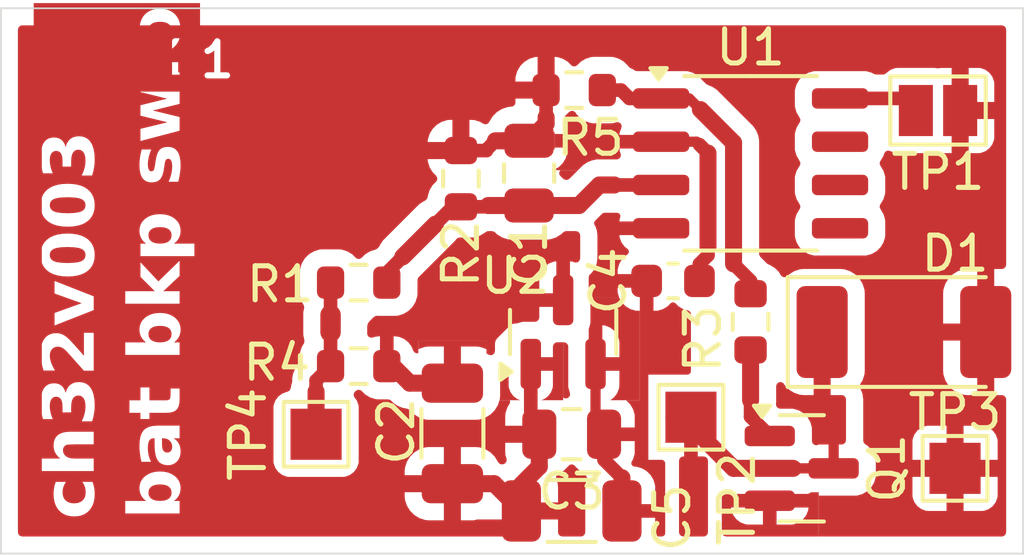
<source format=kicad_pcb>
(kicad_pcb (version 20241229) (generator "pcbnew") (generator_version "9.0")
  (layers (0 "F.Cu" signal) (2 "B.Cu" signal) (13 "F.Paste" user) (15 "B.Paste" user) (5 "F.SilkS" user "F.Silkscreen") (7 "B.SilkS" user "B.Silkscreen") (1 "F.Mask" user) (3 "B.Mask" user) (25 "Edge.Cuts" user))
  (net 0 "")
  (net 1 "GND")
  (net 2 "Net-(U1-PA2)")
  (net 3 "+12V")
  (net 4 "+5V")
  (net 5 "Net-(D1-K)")
  (net 6 "Net-(Q1-G)")
  (net 7 "Net-(U1-PD1{slash}PD4{slash}PD5)")
  (net 11 "Net-(U1-PD6{slash}PA1)")
  (net 12 "Net-(U2-VI)")
  (footprint "Resistor_SMD:R_0603_1608Metric" (layer "F.Cu") (at 25.5 27.05)
    (property "Reference" "R1" (at -2.3 0.05 0) (layer "F.SilkS"))
    (property "Value" "150k")
    (fp_line (start -0.237258 -0.5225) (end 0.237258 -0.5225) (stroke (width 0.12)) (layer "F.SilkS"))
    (fp_line (start -0.237258 0.5225) (end 0.237258 0.5225) (stroke (width 0.12)) (layer "F.SilkS"))
    (pad "1" smd roundrect (at -0.825 0) (size 0.8 0.95) (layers "F.Cu" "F.Mask" "F.Paste") (net 3 "+12V"))
    (pad "2" smd roundrect (at 0.825 0) (size 0.8 0.95) (layers "F.Cu" "F.Mask" "F.Paste") (net 2 "Net-(U1-PA2)"))
  )
  (footprint "Capacitor_SMD:C_1206_3216Metric" (layer "F.Cu") (at 31.75 33.75 180)
    (property "Reference" "C5" (at -2.95 -0.2 90) (layer "F.SilkS"))
    (property "Value" "10u")
    (fp_line (start -0.711252 0.91) (end 0.711252 0.91) (stroke (width 0.12)) (layer "F.SilkS"))
    (fp_line (start -0.711252 -0.91) (end 0.711252 -0.91) (stroke (width 0.12)) (layer "F.SilkS"))
    (pad "1" smd roundrect (at -1.475 0 180) (size 1.15 1.8) (layers "F.Cu" "F.Mask" "F.Paste") (roundrect_rratio 0.217391) (net 4 "+5V"))
    (pad "2" smd roundrect (at 1.475 0 180) (size 1.15 1.8) (layers "F.Cu" "F.Mask" "F.Paste") (roundrect_rratio 0.217391) (net 1 "GND"))
  )
  (footprint "Resistor_SMD:R_0603_1608Metric" (layer "F.Cu") (at 31.825 21.4 180)
    (property "Reference" "R5" (at -0.475 -1.4 0) (layer "F.SilkS"))
    (property "Value" "100k")
    (fp_line (start -0.237258 0.5225) (end 0.237258 0.5225) (stroke (width 0.12)) (layer "F.SilkS"))
    (fp_line (start -0.237258 -0.5225) (end 0.237258 -0.5225) (stroke (width 0.12)) (layer "F.SilkS"))
    (pad "1" smd roundrect (at -0.825 0 180) (size 0.8 0.95) (layers "F.Cu" "F.Mask" "F.Paste") (net 11 "Net-(U1-PD6{slash}PA1)"))
    (pad "2" smd roundrect (at 0.825 0 180) (size 0.8 0.95) (layers "F.Cu" "F.Mask" "F.Paste") (net 1 "GND"))
  )
  (footprint "Diode_SMD:D_MELF" (layer "F.Cu") (at 41.5 28.5)
    (property "Reference" "D1" (at 1.5 -2.3 0) (layer "F.SilkS"))
    (property "Value" "D")
    (fp_line (start -3.41 -1.61) (end -3.41 1.61) (stroke (width 0.12)) (layer "F.SilkS"))
    (fp_line (start -3.41 1.61) (end 2.4 1.61) (stroke (width 0.12)) (layer "F.SilkS"))
    (fp_line (start 2.4 -1.61) (end -3.41 -1.61) (stroke (width 0.12)) (layer "F.SilkS"))
    (pad "1" smd roundrect (at -2.4 0) (size 1.5 2.7) (layers "F.Cu" "F.Mask" "F.Paste") (roundrect_rratio 0.1666666667) (net 5 "Net-(D1-K)"))
    (pad "2" smd roundrect (at 2.4 0) (size 1.5 2.7) (layers "F.Cu" "F.Mask" "F.Paste") (roundrect_rratio 0.1666666667) (net 1 "GND"))
  )
  (footprint "Package_TO_SOT_SMD:SOT-23" (layer "F.Cu") (at 31.5 28.5 90)
    (property "Reference" "U2" (at 1.65 -1.4 180) (layer "F.SilkS"))
    (property "Value" "ME6209A50M3G")
    (fp_line (start 0 -1.56) (end 0.65 -1.56) (stroke (width 0.12)) (layer "F.SilkS"))
    (fp_line (start 0 -1.56) (end -0.65 -1.56) (stroke (width 0.12)) (layer "F.SilkS"))
    (fp_line (start 0 1.56) (end 0.65 1.56) (stroke (width 0.12)) (layer "F.SilkS"))
    (fp_line (start 0 1.56) (end -0.65 1.56) (stroke (width 0.12)) (layer "F.SilkS"))
    (fp_poly (pts (xy -1.1625 -1.51) (xy -1.4025 -1.84) (xy -0.9225 -1.84)) (stroke (width 0.12)) (fill yes) (layer "F.SilkS"))
    (pad "1" smd roundrect (at -0.9375 -0.95 90) (size 1.475 0.6) (layers "F.Cu" "F.Mask" "F.Paste") (net 1 "GND"))
    (pad "2" smd roundrect (at -0.9375 0.95 90) (size 1.475 0.6) (layers "F.Cu" "F.Mask" "F.Paste") (net 4 "+5V"))
    (pad "3" smd roundrect (at 0.9375 0 90) (size 1.475 0.6) (layers "F.Cu" "F.Mask" "F.Paste") (net 12 "Net-(U2-VI)"))
  )
  (footprint "Package_SO:SOP-8_3.9x4.9mm_P1.27mm" (layer "F.Cu") (at 37 23.55)
    (property "Reference" "U1" (at 0 -3.4 0) (layer "F.SilkS"))
    (property "Value" "CH32V003JxMx")
    (fp_line (start 0 -2.56) (end -1.95 -2.56) (stroke (width 0.12)) (layer "F.SilkS"))
    (fp_line (start 0 -2.56) (end 1.95 -2.56) (stroke (width 0.12)) (layer "F.SilkS"))
    (fp_line (start 0 2.56) (end -1.95 2.56) (stroke (width 0.12)) (layer "F.SilkS"))
    (fp_line (start 0 2.56) (end 1.95 2.56) (stroke (width 0.12)) (layer "F.SilkS"))
    (fp_poly (pts (xy -2.7 -2.465) (xy -2.94 -2.795) (xy -2.46 -2.795)) (stroke (width 0.12)) (fill yes) (layer "F.SilkS"))
    (pad "1" smd roundrect (at -2.625 -1.905) (size 1.65 0.6) (layers "F.Cu" "F.Mask" "F.Paste") (net 11 "Net-(U1-PD6{slash}PA1)"))
    (pad "2" smd roundrect (at -2.625 -0.635) (size 1.65 0.6) (layers "F.Cu" "F.Mask" "F.Paste") (net 1 "GND"))
    (pad "3" smd roundrect (at -2.625 0.635) (size 1.65 0.6) (layers "F.Cu" "F.Mask" "F.Paste") (net 2 "Net-(U1-PA2)"))
    (pad "4" smd roundrect (at -2.625 1.905) (size 1.65 0.6) (layers "F.Cu" "F.Mask" "F.Paste") (net 4 "+5V"))
    (pad "5" smd roundrect (at 2.625 1.905) (size 1.65 0.6) (layers "F.Cu" "F.Mask" "F.Paste"))
    (pad "6" smd roundrect (at 2.625 0.635) (size 1.65 0.6) (layers "F.Cu" "F.Mask" "F.Paste"))
    (pad "7" smd roundrect (at 2.625 -0.635) (size 1.65 0.6) (layers "F.Cu" "F.Mask" "F.Paste"))
    (pad "8" smd roundrect (at 2.625 -1.905) (size 1.65 0.6) (layers "F.Cu" "F.Mask" "F.Paste") (net 7 "Net-(U1-PD1{slash}PD4{slash}PD5)"))
  )
  (footprint "Resistor_SMD:R_0603_1608Metric" (layer "F.Cu") (at 28.5 24 90)
    (property "Reference" "R2" (at -2.2 0 90) (layer "F.SilkS"))
    (property "Value" "47k")
    (fp_line (start -0.237258 -0.5225) (end 0.237258 -0.5225) (stroke (width 0.12)) (layer "F.SilkS"))
    (fp_line (start -0.237258 0.5225) (end 0.237258 0.5225) (stroke (width 0.12)) (layer "F.SilkS"))
    (pad "1" smd roundrect (at -0.825 0 90) (size 0.8 0.95) (layers "F.Cu" "F.Mask" "F.Paste") (net 2 "Net-(U1-PA2)"))
    (pad "2" smd roundrect (at 0.825 0 90) (size 0.8 0.95) (layers "F.Cu" "F.Mask" "F.Paste") (net 1 "GND"))
  )
  (footprint "Resistor_SMD:R_0603_1608Metric" (layer "F.Cu") (at 25.5 29.5)
    (property "Reference" "R4" (at -2.4 -0.1 0) (layer "F.SilkS"))
    (property "Value" "1")
    (fp_line (start -0.237258 -0.5225) (end 0.237258 -0.5225) (stroke (width 0.12)) (layer "F.SilkS"))
    (fp_line (start -0.237258 0.5225) (end 0.237258 0.5225) (stroke (width 0.12)) (layer "F.SilkS"))
    (pad "1" smd roundrect (at -0.825 0) (size 0.8 0.95) (layers "F.Cu" "F.Mask" "F.Paste") (net 3 "+12V"))
    (pad "2" smd roundrect (at 0.825 0) (size 0.8 0.95) (layers "F.Cu" "F.Mask" "F.Paste") (net 12 "Net-(U2-VI)"))
  )
  (footprint "Capacitor_SMD:C_0805_2012Metric" (layer "F.Cu") (at 30.5 23.8375 90)
    (property "Reference" "C1" (at -2.3625 0 90) (layer "F.SilkS"))
    (property "Value" "15p")
    (fp_line (start -0.261252 -0.735) (end 0.261252 -0.735) (stroke (width 0.12)) (layer "F.SilkS"))
    (fp_line (start -0.261252 0.735) (end 0.261252 0.735) (stroke (width 0.12)) (layer "F.SilkS"))
    (pad "1" smd roundrect (at -0.95 0 90) (size 1 1.45) (layers "F.Cu" "F.Mask" "F.Paste") (net 2 "Net-(U1-PA2)"))
    (pad "2" smd roundrect (at 0.95 0 90) (size 1 1.45) (layers "F.Cu" "F.Mask" "F.Paste") (net 1 "GND"))
  )
  (footprint "Jumper:SolderJumper-2_P1.3mm_Open_Pad1.0x1.5mm" (layer "F.Cu") (at 42.5 22 180)
    (property "Reference" "TP1" (at 0 -1.8 0) (layer "F.SilkS"))
    (property "Value" "Program")
    (fp_line (start 1.4 1) (end -1.4 1) (stroke (width 0.12)) (layer "F.SilkS"))
    (fp_line (start 1.4 -1) (end 1.4 1) (stroke (width 0.12)) (layer "F.SilkS"))
    (fp_line (start -1.4 1) (end -1.4 -1) (stroke (width 0.12)) (layer "F.SilkS"))
    (fp_line (start -1.4 -1) (end 1.4 -1) (stroke (width 0.12)) (layer "F.SilkS"))
    (pad "1" smd rect (at -0.65 0 180) (size 1 1.5) (layers "F.Cu" "F.Mask") (net 1 "GND"))
    (pad "2" smd rect (at 0.65 0 180) (size 1 1.5) (layers "F.Cu" "F.Mask") (net 7 "Net-(U1-PD1{slash}PD4{slash}PD5)"))
  )
  (footprint "Capacitor_SMD:C_0603_1608Metric" (layer "F.Cu") (at 34.725 27)
    (property "Reference" "C4" (at -1.9 0 270) (layer "F.SilkS"))
    (property "Value" "100n")
    (fp_line (start -0.14058 -0.51) (end 0.14058 -0.51) (stroke (width 0.12)) (layer "F.SilkS"))
    (fp_line (start -0.14058 0.51) (end 0.14058 0.51) (stroke (width 0.12)) (layer "F.SilkS"))
    (pad "1" smd roundrect (at -0.775 0) (size 0.9 0.95) (layers "F.Cu" "F.Mask" "F.Paste") (net 4 "+5V"))
    (pad "2" smd roundrect (at 0.775 0) (size 0.9 0.95) (layers "F.Cu" "F.Mask" "F.Paste") (net 1 "GND"))
  )
  (footprint "TestPoint:TestPoint_Pad_1.5x1.5mm" (layer "F.Cu") (at 24.25 31.5)
    (property "Reference" "TP4" (at -2 0 90) (layer "F.SilkS"))
    (property "Value" "12v")
    (fp_line (start -0.95 -0.95) (end 0.95 -0.95) (stroke (width 0.12)) (layer "F.SilkS"))
    (fp_line (start -0.95 0.95) (end -0.95 -0.95) (stroke (width 0.12)) (layer "F.SilkS"))
    (fp_line (start 0.95 -0.95) (end 0.95 0.95) (stroke (width 0.12)) (layer "F.SilkS"))
    (fp_line (start 0.95 0.95) (end -0.95 0.95) (stroke (width 0.12)) (layer "F.SilkS"))
    (pad "1" smd rect (at 0 0) (size 1.5 1.5) (layers "F.Cu" "F.Mask") (net 3 "+12V"))
  )
  (footprint "TestPoint:TestPoint_Pad_1.5x1.5mm" (layer "F.Cu") (at 35.25 31)
    (property "Reference" "TP2" (at 1.35 2.4 90) (layer "F.SilkS"))
    (property "Value" "relay_pd")
    (fp_line (start -0.95 -0.95) (end 0.95 -0.95) (stroke (width 0.12)) (layer "F.SilkS"))
    (fp_line (start -0.95 0.95) (end -0.95 -0.95) (stroke (width 0.12)) (layer "F.SilkS"))
    (fp_line (start 0.95 -0.95) (end 0.95 0.95) (stroke (width 0.12)) (layer "F.SilkS"))
    (fp_line (start 0.95 0.95) (end -0.95 0.95) (stroke (width 0.12)) (layer "F.SilkS"))
    (pad "1" smd rect (at 0 0) (size 1.5 1.5) (layers "F.Cu" "F.Mask") (net 5 "Net-(D1-K)"))
  )
  (footprint "TestPoint:TestPoint_Pad_1.5x1.5mm" (layer "F.Cu") (at 43 32.5)
    (property "Reference" "TP3" (at 0 -1.648 0) (layer "F.SilkS"))
    (property "Value" "gnd")
    (fp_line (start -0.95 -0.95) (end 0.95 -0.95) (stroke (width 0.12)) (layer "F.SilkS"))
    (fp_line (start -0.95 0.95) (end -0.95 -0.95) (stroke (width 0.12)) (layer "F.SilkS"))
    (fp_line (start 0.95 -0.95) (end 0.95 0.95) (stroke (width 0.12)) (layer "F.SilkS"))
    (fp_line (start 0.95 0.95) (end -0.95 0.95) (stroke (width 0.12)) (layer "F.SilkS"))
    (pad "1" smd rect (at 0 0) (size 1.5 1.5) (layers "F.Cu" "F.Mask") (net 1 "GND"))
  )
  (footprint "Package_TO_SOT_SMD:SOT-23" (layer "F.Cu") (at 38.5 32.5)
    (property "Reference" "Q1" (at 2.5 0 90) (layer "F.SilkS"))
    (property "Value" "2N7002")
    (fp_line (start 0 -1.56) (end -0.65 -1.56) (stroke (width 0.12)) (layer "F.SilkS"))
    (fp_line (start 0 -1.56) (end 0.65 -1.56) (stroke (width 0.12)) (layer "F.SilkS"))
    (fp_line (start 0 1.56) (end -0.65 1.56) (stroke (width 0.12)) (layer "F.SilkS"))
    (fp_line (start 0 1.56) (end 0.65 1.56) (stroke (width 0.12)) (layer "F.SilkS"))
    (fp_poly (pts (xy -1.1625 -1.51) (xy -1.4025 -1.84) (xy -0.9225 -1.84)) (stroke (width 0.12)) (fill yes) (layer "F.SilkS"))
    (pad "1" smd roundrect (at -0.9375 -0.95) (size 1.475 0.6) (layers "F.Cu" "F.Mask" "F.Paste") (net 6 "Net-(Q1-G)"))
    (pad "2" smd roundrect (at -0.9375 0.95) (size 1.475 0.6) (layers "F.Cu" "F.Mask" "F.Paste") (net 1 "GND"))
    (pad "3" smd roundrect (at 0.9375 0) (size 1.475 0.6) (layers "F.Cu" "F.Mask" "F.Paste") (net 5 "Net-(D1-K)"))
  )
  (footprint "Capacitor_SMD:C_0805_2012Metric" (layer "F.Cu") (at 31.75 31.5 180)
    (property "Reference" "C3" (at 0 -1.68 0) (layer "F.SilkS"))
    (property "Value" "1u")
    (fp_line (start -0.261252 0.735) (end 0.261252 0.735) (stroke (width 0.12)) (layer "F.SilkS"))
    (fp_line (start -0.261252 -0.735) (end 0.261252 -0.735) (stroke (width 0.12)) (layer "F.SilkS"))
    (pad "1" smd roundrect (at -0.95 0 180) (size 1 1.45) (layers "F.Cu" "F.Mask" "F.Paste") (net 4 "+5V"))
    (pad "2" smd roundrect (at 0.95 0 180) (size 1 1.45) (layers "F.Cu" "F.Mask" "F.Paste") (net 1 "GND"))
  )
  (footprint "Capacitor_SMD:C_1206_3216Metric" (layer "F.Cu") (at 28.25 31.475 -90)
    (property "Reference" "C2" (at -0.0625 1.65 90) (layer "F.SilkS"))
    (property "Value" "10u")
    (fp_line (start -0.711252 0.91) (end 0.711252 0.91) (stroke (width 0.12)) (layer "F.SilkS"))
    (fp_line (start -0.711252 -0.91) (end 0.711252 -0.91) (stroke (width 0.12)) (layer "F.SilkS"))
    (pad "1" smd roundrect (at -1.475 0 270) (size 1.15 1.8) (layers "F.Cu" "F.Mask" "F.Paste") (roundrect_rratio 0.217391) (net 12 "Net-(U2-VI)"))
    (pad "2" smd roundrect (at 1.475 0 270) (size 1.15 1.8) (layers "F.Cu" "F.Mask" "F.Paste") (roundrect_rratio 0.217391) (net 1 "GND"))
  )
  (footprint "Resistor_SMD:R_0603_1608Metric" (layer "F.Cu") (at 37 28.2 -90)
    (property "Reference" "R3" (at 0.5 1.4 270) (layer "F.SilkS"))
    (property "Value" "1k")
    (fp_line (start -0.237258 0.5225) (end 0.237258 0.5225) (stroke (width 0.12)) (layer "F.SilkS"))
    (fp_line (start -0.237258 -0.5225) (end 0.237258 -0.5225) (stroke (width 0.12)) (layer "F.SilkS"))
    (pad "1" smd roundrect (at -0.825 0 270) (size 0.8 0.95) (layers "F.Cu" "F.Mask" "F.Paste") (net 11 "Net-(U1-PD6{slash}PA1)"))
    (pad "2" smd roundrect (at 0.825 0 270) (size 0.8 0.95) (layers "F.Cu" "F.Mask" "F.Paste") (net 6 "Net-(Q1-G)"))
  )
  (gr_rect (start 15 19) (end 45 35) (stroke (width 0.05)) (fill no) (layer "Edge.Cuts"))
  (gr_text "ch32v003\nbat bkp sw.o" (at 20.5 34 90) (layer "F.Cu" knockout) (effects (font (size 1.5 1.5) (thickness 0.3) (bold yes)) (justify left bottom)))
  (gr_text "Rev. B1" (at 15.9 21.1 0) (layer "F.Cu" knockout) (effects (font (size 1 1) (thickness 0.18) (bold yes)) (justify left bottom)))
  (segment (start 31 22.2) (end 31 22.3875) (width 0.5) (layer "F.Cu") (net 1))
  (segment (start 29.25 23.15) (end 29.25 23.175) (width 0.4) (layer "F.Cu") (net 1))
  (segment (start 34.375 22.915) (end 35.415 22.915) (width 0.3) (layer "F.Cu") (net 1))
  (segment (start 35.415 22.915) (end 35.75 23.25) (width 0.3) (layer "F.Cu") (net 1))
  (segment (start 29.475 32.95) (end 28.25 32.95) (width 0.5) (layer "F.Cu") (net 1))
  (segment (start 35.75 26.25) (end 35.75 26) (width 0.4) (layer "F.Cu") (net 1))
  (segment (start 29.775 34.25) (end 29 34.25) (width 0.5) (layer "F.Cu") (net 1))
  (segment (start 30.275 33.5) (end 30 33.5) (width 0.5) (layer "F.Cu") (net 1))
  (segment (start 29.7375 22.8875) (end 29.5125 22.8875) (width 0.5) (layer "F.Cu") (net 1))
  (segment (start 35.75 26) (end 35.75 23.25) (width 0.5) (layer "F.Cu") (net 1))
  (segment (start 43.15 22) (end 43.15 21.448) (width 0.2) (layer "F.Cu") (net 1))
  (segment (start 30.275 32.975) (end 30.8 32.45) (width 0.5) (layer "F.Cu") (net 1))
  (segment (start 31 22.3875) (end 30.5 22.8875) (width 0.5) (layer "F.Cu") (net 1))
  (segment (start 30.2625 22.8875) (end 30.5 22.65) (width 0.5) (layer "F.Cu") (net 1))
  (segment (start 35.75 23.25) (end 35.5 23) (width 0.4) (layer "F.Cu") (net 1))
  (segment (start 29.7375 22.8875) (end 30.2625 22.8875) (width 0.5) (layer "F.Cu") (net 1))
  (segment (start 30.8 32.45) (end 30.8 31.5) (width 0.5) (layer "F.Cu") (net 1))
  (segment (start 30.275 33.75) (end 29.475 32.95) (width 0.5) (layer "F.Cu") (net 1))
  (segment (start 30.275 33.75) (end 30.275 32.975) (width 0.2) (layer "F.Cu") (net 1))
  (segment (start 35.5 26.5) (end 35.75 26.25) (width 0.4) (layer "F.Cu") (net 1))
  (segment (start 29.25 23.175) (end 28.5 23.175) (width 0.4) (layer "F.Cu") (net 1))
  (segment (start 29.5125 22.8875) (end 29.25 23.15) (width 0.4) (layer "F.Cu") (net 1))
  (segment (start 31 21.4) (end 31 22.2) (width 0.4) (layer "F.Cu") (net 1))
  (segment (start 30.275 33.75) (end 29.775 34.25) (width 0.2) (layer "F.Cu") (net 1))
  (segment (start 30.55 31.25) (end 30.8 31.5) (width 0.2) (layer "F.Cu") (net 1))
  (segment (start 37.5625 33.45) (end 37.6125 33.5) (width 0.2) (layer "F.Cu") (net 1))
  (segment (start 30.55 29.4375) (end 30.55 31.25) (width 0.4) (layer "F.Cu") (net 1))
  (segment (start 35.5 27) (end 35.5 26.5) (width 0.4) (layer "F.Cu") (net 1))
  (segment (start 26.325 26.7625) (end 26.79375 26.29375) (width 0.4) (layer "F.Cu") (net 2))
  (segment (start 26.79375 26.29375) (end 27.753125 25.334375) (width 0.5) (layer "F.Cu") (net 2))
  (segment (start 30.5 24.7875) (end 29.3 24.7875) (width 0.5) (layer "F.Cu") (net 2))
  (segment (start 29.3 24.7875) (end 29.2625 24.825) (width 0.4) (layer "F.Cu") (net 2))
  (segment (start 31.9625 24.7875) (end 32.565 24.185) (width 0.5) (layer "F.Cu") (net 2))
  (segment (start 34.375 24.185) (end 33 24.185) (width 0.4) (layer "F.Cu") (net 2))
  (segment (start 27.753125 25.334375) (end 28.2625 24.825) (width 0.4) (layer "F.Cu") (net 2))
  (segment (start 32.565 24.185) (end 33 24.185) (width 0.5) (layer "F.Cu") (net 2))
  (segment (start 29.2625 24.825) (end 28.5 24.825) (width 0.4) (layer "F.Cu") (net 2))
  (segment (start 30.5 24.7875) (end 31.9625 24.7875) (width 0.5) (layer "F.Cu") (net 2))
  (segment (start 28.2625 24.825) (end 28.5 24.825) (width 0.4) (layer "F.Cu") (net 2))
  (segment (start 26.325 27.05) (end 26.325 26.7625) (width 0.4) (layer "F.Cu") (net 2))
  (segment (start 24.675 28) (end 24.675 27.05) (width 0.4) (layer "F.Cu") (net 3))
  (segment (start 24.25 30.25) (end 24.25 29.925) (width 0.4) (layer "F.Cu") (net 3))
  (segment (start 24.25 29.925) (end 24.675 29.5) (width 0.4) (layer "F.Cu") (net 3))
  (segment (start 24.675 28.5) (end 24.675 28) (width 0.6) (layer "F.Cu") (net 3))
  (segment (start 24.25 31.5) (end 24.25 30.25) (width 0.5) (layer "F.Cu") (net 3))
  (segment (start 24.675 29.5) (end 24.675 28.5) (width 0.4) (layer "F.Cu") (net 3))
  (segment (start 33.225 33.75) (end 33.225 32.775) (width 0.5) (layer "F.Cu") (net 4))
  (segment (start 34.33 25.5) (end 34.375 25.455) (width 0.2) (layer "F.Cu") (net 4))
  (segment (start 33.225 32.775) (end 32.7 32.25) (width 0.4) (layer "F.Cu") (net 4))
  (segment (start 32.45 31.25) (end 32.7 31.5) (width 0.2) (layer "F.Cu") (net 4))
  (segment (start 32.45 29.4375) (end 32.45 31.25) (width 0.3) (layer "F.Cu") (net 4))
  (segment (start 32.7 32.25) (end 32.7 31.5) (width 0.4) (layer "F.Cu") (net 4))
  (segment (start 36.5 32.5) (end 35.25 31.25) (width 0.5) (layer "F.Cu") (net 5))
  (segment (start 35 31) (end 34.75 31) (width 0.5) (layer "F.Cu") (net 5))
  (segment (start 38.25 32.5) (end 36.5 32.5) (width 0.5) (layer "F.Cu") (net 5))
  (segment (start 39.4375 31.5) (end 39.4375 32.5) (width 0.3) (layer "F.Cu") (net 5))
  (segment (start 38.25 32.5) (end 39.4375 32.5) (width 0.3) (layer "F.Cu") (net 5))
  (segment (start 35.25 31.25) (end 35.25 31) (width 0.2) (layer "F.Cu") (net 5))
  (segment (start 37 30.5) (end 37 29.025) (width 0.5) (layer "F.Cu") (net 6))
  (segment (start 37.5625 31.55) (end 37 30.9875) (width 0.4) (layer "F.Cu") (net 6))
  (segment (start 37 30.9875) (end 37 30.5) (width 0.4) (layer "F.Cu") (net 6))
  (segment (start 41.495 21.645) (end 41.85 22) (width 0.2) (layer "F.Cu") (net 7))
  (segment (start 39.625 21.645) (end 41.495 21.645) (width 0.4) (layer "F.Cu") (net 7))
  (segment (start 37 27.375) (end 37 27) (width 0.4) (layer "F.Cu") (net 11))
  (segment (start 35.199999 21.645) (end 35.5275 21.9725) (width 0.3) (layer "F.Cu") (net 11))
  (segment (start 34.375 21.645) (end 35.199999 21.645) (width 0.3) (layer "F.Cu") (net 11))
  (segment (start 34.375 21.645) (end 33.445 21.645) (width 0.4) (layer "F.Cu") (net 11))
  (segment (start 33.445 21.645) (end 33.2 21.4) (width 0.4) (layer "F.Cu") (net 11))
  (segment (start 33.2 21.4) (end 32.65 21.4) (width 0.4) (layer "F.Cu") (net 11))
  (segment (start 37 27) (end 36.5 26.5) (width 0.4) (layer "F.Cu") (net 11))
  (segment (start 36.5 26.5) (end 36.5 22.945001) (width 0.5) (layer "F.Cu") (net 11))
  (segment (start 36.5 22.945001) (end 35.5275 21.9725) (width 0.5) (layer "F.Cu") (net 11))
  (segment (start 26.5 29.5) (end 27 30) (width 0.5) (layer "F.Cu") (net 12))
  (segment (start 27 30) (end 28.25 30) (width 0.5) (layer "F.Cu") (net 12))
  (segment (start 26.325 29.5) (end 26.5 29.5) (width 0.3) (layer "F.Cu") (net 12))
  (zone (net 1) (net_name "GND") (layer "F.Cu") (priority 2) (connect_pads (clearance 0.5)) (min_thickness 0.25) (fill yes (thermal_gap 0.35) (thermal_bridge_width 0.4))
    (polygon (pts (xy 29.5 28.25) (xy 31.5 28.25) (xy 31.5 30.5) (xy 29.5 30.5)))
  )
  (zone (net 12) (net_name "Net-(U2-VI)") (layer "F.Cu") (priority 7) (connect_pads (clearance 0.5)) (min_thickness 0.25) (fill yes (thermal_gap 0.4) (thermal_bridge_width 0.4) (smoothing fillet) (radius 0.2))
    (polygon (pts (xy 29.5 30.25) (xy 29.5 28.75) (xy 30 28.25) (xy 32 28.25) (xy 32 25) (xy 29 25) (xy 25.75 28.25) (xy 25.75 30.25)))
  )
  (zone (net 1) (net_name "GND") (layer "F.Cu") (priority 5) (connect_pads (clearance 0.5)) (min_thickness 0.25) (fill yes (thermal_gap 0.4) (thermal_bridge_width 0.4))
    (polygon (pts (xy 31.25 21.5) (xy 35 21.5) (xy 35 23.75) (xy 31.25 23.75)))
  )
  (zone (net 5) (net_name "Net-(D1-K)") (layer "F.Cu") (priority 6) (connect_pads (clearance 0.5)) (min_thickness 0.25) (fill yes (thermal_gap 0.5) (thermal_bridge_width 0.5))
    (polygon (pts (xy 36.8 27.4) (xy 38.8 27.4) (xy 38.8 27.8) (xy 39.8 28.8) (xy 39.8 31.8) (xy 39 31.8) (xy 38 32.8) (xy 36.8 32.8)))
  )
  (zone (net 12) (net_name "Net-(U2-VI)") (layer "F.Cu") (priority 8) (connect_pads (clearance 0.5)) (min_thickness 0.25) (fill yes (thermal_gap 0.5) (thermal_bridge_width 0.5) (smoothing fillet) (radius 0.5))
    (polygon (pts (xy 27.25 28.75) (xy 29.25 28.75) (xy 29.25 30.75) (xy 27.25 30.75)))
  )
  (zone (net 5) (net_name "Net-(D1-K)") (layer "F.Cu") (priority 9) (connect_pads (clearance 0.4)) (min_thickness 0.25) (fill yes (thermal_gap 0.4) (thermal_bridge_width 0.4) (smoothing fillet) (radius 0.2))
    (polygon (pts (xy 34.9 30.25) (xy 35.75 30.25) (xy 35.75 35) (xy 34.9 35)))
  )
  (zone (net 1) (net_name "GND") (layer "F.Cu") (priority 4) (connect_pads (clearance 0.4)) (min_thickness 0.25) (fill yes (thermal_gap 0.4) (thermal_bridge_width 0.4))
    (polygon (pts (xy 36.1 33) (xy 39 33) (xy 39 34.5) (xy 36.1 34.5)))
  )
  (zone (net 4) (net_name "+5V") (layer "F.Cu") (priority 1) (connect_pads (clearance 0.4)) (min_thickness 0.2) (fill yes (thermal_gap 0.4) (thermal_bridge_width 0.4))
    (polygon (pts (xy 32.25 29.75) (xy 32.25 29.5) (xy 32.25 25) (xy 35.25 25) (xy 35.25 29.75) (xy 34 29.75) (xy 34 31) (xy 34 32.25) (xy 34.5 32.25) (xy 34.5 34.75) (xy 32.25 34.75)))
  )
  (zone (net 4) (net_name "+5V") (layer "F.Cu") (priority 3) (connect_pads (clearance 0.5)) (min_thickness 0.25) (fill yes (thermal_gap 0.4) (thermal_bridge_width 0.4))
    (polygon (pts (xy 31.75 30.5) (xy 31.75 27.5) (xy 33.75 27.5) (xy 33.75 30.5)))
  )
  (zone (net 1) (net_name "GND") (layer "F.Cu") (connect_pads (clearance 0.5)) (min_thickness 0.25) (fill yes (thermal_gap 0.5) (thermal_bridge_width 0.5))
    (polygon (pts (xy 45 35) (xy 15 35) (xy 15 19) (xy 45 19)))
  )
)
</source>
